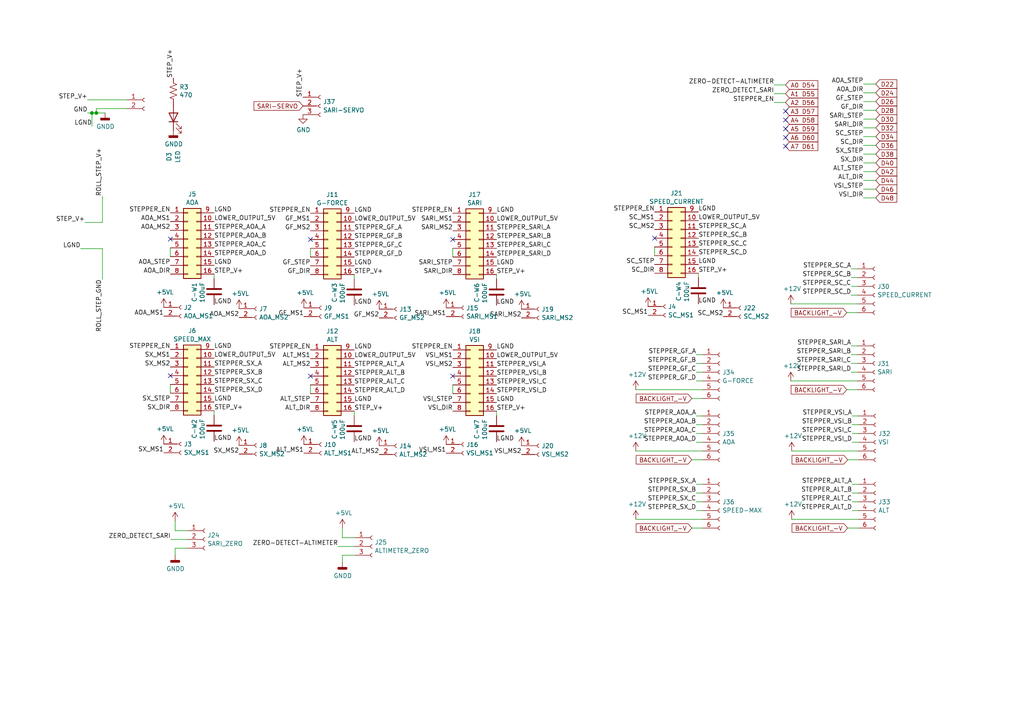
<source format=kicad_sch>
(kicad_sch (version 20231120) (generator "eeschema") (generator_version "8.0")
  (paper "A4")
  (lib_symbols
    (symbol "Conn_02x08_Top_Bottom_1" (pin_names (offset 1.016) hide)
      (property "Reference" "J" (at 1.27 10.16 0))
      (property "Value" "Conn_02x08_Top_Bottom_1" (at 1.27 -12.7 0))
      (symbol "Conn_02x08_Top_Bottom_1_1_1"
        (rectangle (start -1.27 -10.033) (end 0 -10.287) (stroke (width 0.1524)))
        (rectangle (start -1.27 -7.493) (end 0 -7.747) (stroke (width 0.1524)))
        (rectangle (start -1.27 -4.953) (end 0 -5.207) (stroke (width 0.1524)))
        (rectangle (start -1.27 -2.413) (end 0 -2.667) (stroke (width 0.1524)))
        (rectangle (start -1.27 0.127) (end 0 -0.127) (stroke (width 0.1524)))
        (rectangle (start -1.27 2.667) (end 0 2.413) (stroke (width 0.1524)))
        (rectangle (start -1.27 5.207) (end 0 4.953) (stroke (width 0.1524)))
        (rectangle (start -1.27 7.747) (end 0 7.493) (stroke (width 0.1524)))
        (rectangle (start -1.27 8.89) (end 3.81 -11.43) (stroke (width 0.254)) (fill (type background)))
        (rectangle (start 3.81 -10.033) (end 2.54 -10.287) (stroke (width 0.1524)))
        (rectangle (start 3.81 -7.493) (end 2.54 -7.747) (stroke (width 0.1524)))
        (rectangle (start 3.81 -4.953) (end 2.54 -5.207) (stroke (width 0.1524)))
        (rectangle (start 3.81 -2.413) (end 2.54 -2.667) (stroke (width 0.1524)))
        (rectangle (start 3.81 0.127) (end 2.54 -0.127) (stroke (width 0.1524)))
        (rectangle (start 3.81 2.667) (end 2.54 2.413) (stroke (width 0.1524)))
        (rectangle (start 3.81 5.207) (end 2.54 4.953) (stroke (width 0.1524)))
        (rectangle (start 3.81 7.747) (end 2.54 7.493) (stroke (width 0.1524)))
        (pin passive line (at -5.08 7.62 0) (length 3.81) (name "Pin_1") (number "1"))
        (pin passive line (at 7.62 5.08 180) (length 3.81) (name "Pin_10") (number "10"))
        (pin passive line (at 7.62 2.54 180) (length 3.81) (name "Pin_11") (number "11"))
        (pin passive line (at 7.62 0 180) (length 3.81) (name "Pin_12") (number "12"))
        (pin passive line (at 7.62 -2.54 180) (length 3.81) (name "Pin_13") (number "13"))
        (pin passive line (at 7.62 -5.08 180) (length 3.81) (name "Pin_14") (number "14"))
        (pin passive line (at 7.62 -7.62 180) (length 3.81) (name "Pin_15") (number "15"))
        (pin passive line (at 7.62 -10.16 180) (length 3.81) (name "Pin_16") (number "16"))
        (pin passive line (at -5.08 5.08 0) (length 3.81) (name "Pin_2") (number "2"))
        (pin passive line (at -5.08 2.54 0) (length 3.81) (name "Pin_3") (number "3"))
        (pin passive line (at -5.08 0 0) (length 3.81) (name "Pin_4") (number "4"))
        (pin passive line (at -5.08 -2.54 0) (length 3.81) (name "Pin_5") (number "5"))
        (pin passive line (at -5.08 -5.08 0) (length 3.81) (name "Pin_6") (number "6"))
        (pin passive line (at -5.08 -7.62 0) (length 3.81) (name "Pin_7") (number "7"))
        (pin passive line (at -5.08 -10.16 0) (length 3.81) (name "Pin_8") (number "8"))
        (pin passive line (at 7.62 7.62 180) (length 3.81) (name "Pin_9") (number "9"))
      )
    )
    (symbol "Connector:Conn_01x02_Female" (pin_names (offset 1.016) hide)
      (property "Reference" "J" (at 0 2.54 0))
      (property "Value" "Conn_01x02_Female" (at 0 -5.08 0))
      (symbol "Conn_01x02_Female_1_1"
        (arc (start 0 -2.032) (mid -0.5058 -2.54) (end 0 -3.048) (stroke (width 0.1524)))
        (polyline (pts (xy -1.27 -2.54) (xy -0.508 -2.54)) (stroke (width 0.1524)))
        (polyline (pts (xy -1.27 0) (xy -0.508 0)) (stroke (width 0.1524)))
        (arc (start 0 0.508) (mid -0.5058 0) (end 0 -0.508) (stroke (width 0.1524)))
        (pin passive line (at -5.08 0 0) (length 3.81) (name "Pin_1") (number "1"))
        (pin passive line (at -5.08 -2.54 0) (length 3.81) (name "Pin_2") (number "2"))
      )
    )
    (symbol "Connector:Conn_01x02_Socket" (pin_names (offset 1.016) hide)
      (property "Reference" "J" (at 0 2.54 0))
      (property "Value" "Conn_01x02_Socket" (at 0 -5.08 0))
      (symbol "Conn_01x02_Socket_1_1"
        (arc (start 0 -2.032) (mid -0.5058 -2.54) (end 0 -3.048) (stroke (width 0.1524)))
        (polyline (pts (xy -1.27 -2.54) (xy -0.508 -2.54)) (stroke (width 0.1524)))
        (polyline (pts (xy -1.27 0) (xy -0.508 0)) (stroke (width 0.1524)))
        (arc (start 0 0.508) (mid -0.5058 0) (end 0 -0.508) (stroke (width 0.1524)))
        (pin passive line (at -5.08 0 0) (length 3.81) (name "Pin_1") (number "1"))
        (pin passive line (at -5.08 -2.54 0) (length 3.81) (name "Pin_2") (number "2"))
      )
    )
    (symbol "Connector:Conn_01x03_Socket" (pin_names (offset 1.016) hide)
      (property "Reference" "J" (at 0 5.08 0))
      (property "Value" "Conn_01x03_Socket" (at 0 -5.08 0))
      (symbol "Conn_01x03_Socket_1_1"
        (arc (start 0 -2.032) (mid -0.5058 -2.54) (end 0 -3.048) (stroke (width 0.1524)))
        (polyline (pts (xy -1.27 -2.54) (xy -0.508 -2.54)) (stroke (width 0.1524)))
        (polyline (pts (xy -1.27 0) (xy -0.508 0)) (stroke (width 0.1524)))
        (polyline (pts (xy -1.27 2.54) (xy -0.508 2.54)) (stroke (width 0.1524)))
        (arc (start 0 0.508) (mid -0.5058 0) (end 0 -0.508) (stroke (width 0.1524)))
        (arc (start 0 3.048) (mid -0.5058 2.54) (end 0 2.032) (stroke (width 0.1524)))
        (pin passive line (at -5.08 2.54 0) (length 3.81) (name "Pin_1") (number "1"))
        (pin passive line (at -5.08 0 0) (length 3.81) (name "Pin_2") (number "2"))
        (pin passive line (at -5.08 -2.54 0) (length 3.81) (name "Pin_3") (number "3"))
      )
    )
    (symbol "Connector:Conn_01x06_Socket" (pin_names (offset 1.016) hide)
      (property "Reference" "J" (at 0 7.62 0))
      (property "Value" "Conn_01x06_Socket" (at 0 -10.16 0))
      (symbol "Conn_01x06_Socket_1_1"
        (arc (start 0 -7.112) (mid -0.5058 -7.62) (end 0 -8.128) (stroke (width 0.1524)))
        (arc (start 0 -4.572) (mid -0.5058 -5.08) (end 0 -5.588) (stroke (width 0.1524)))
        (arc (start 0 -2.032) (mid -0.5058 -2.54) (end 0 -3.048) (stroke (width 0.1524)))
        (polyline (pts (xy -1.27 -7.62) (xy -0.508 -7.62)) (stroke (width 0.1524)))
        (polyline (pts (xy -1.27 -5.08) (xy -0.508 -5.08)) (stroke (width 0.1524)))
        (polyline (pts (xy -1.27 -2.54) (xy -0.508 -2.54)) (stroke (width 0.1524)))
        (polyline (pts (xy -1.27 0) (xy -0.508 0)) (stroke (width 0.1524)))
        (polyline (pts (xy -1.27 2.54) (xy -0.508 2.54)) (stroke (width 0.1524)))
        (polyline (pts (xy -1.27 5.08) (xy -0.508 5.08)) (stroke (width 0.1524)))
        (arc (start 0 0.508) (mid -0.5058 0) (end 0 -0.508) (stroke (width 0.1524)))
        (arc (start 0 3.048) (mid -0.5058 2.54) (end 0 2.032) (stroke (width 0.1524)))
        (arc (start 0 5.588) (mid -0.5058 5.08) (end 0 4.572) (stroke (width 0.1524)))
        (pin passive line (at -5.08 5.08 0) (length 3.81) (name "Pin_1") (number "1"))
        (pin passive line (at -5.08 2.54 0) (length 3.81) (name "Pin_2") (number "2"))
        (pin passive line (at -5.08 0 0) (length 3.81) (name "Pin_3") (number "3"))
        (pin passive line (at -5.08 -2.54 0) (length 3.81) (name "Pin_4") (number "4"))
        (pin passive line (at -5.08 -5.08 0) (length 3.81) (name "Pin_5") (number "5"))
        (pin passive line (at -5.08 -7.62 0) (length 3.81) (name "Pin_6") (number "6"))
      )
    )
    (symbol "Device:C" (pin_numbers hide) (pin_names (offset 0.254))
      (property "Reference" "C" (at 0.635 2.54 0))
      (property "Value" "C" (at 0.635 -2.54 0))
      (symbol "C_0_1"
        (polyline (pts (xy -2.032 -0.762) (xy 2.032 -0.762)) (stroke (width 0.508)))
        (polyline (pts (xy -2.032 0.762) (xy 2.032 0.762)) (stroke (width 0.508)))
      )
      (symbol "C_1_1"
        (pin passive line (at 0 3.81 270) (length 2.794) (name "~") (number "1"))
        (pin passive line (at 0 -3.81 90) (length 2.794) (name "~") (number "2"))
      )
    )
    (symbol "Device:LED" (pin_numbers hide) (pin_names (offset 1.016) hide)
      (property "Reference" "D" (at 0 2.54 0))
      (property "Value" "LED" (at 0 -2.54 0))
      (symbol "LED_0_1"
        (polyline (pts (xy -1.27 -1.27) (xy -1.27 1.27)) (stroke (width 0.254)))
        (polyline (pts (xy -1.27 0) (xy 1.27 0)))
        (polyline (pts (xy 1.27 -1.27) (xy 1.27 1.27) (xy -1.27 0) (xy 1.27 -1.27)) (stroke (width 0.254)))
        (polyline (pts (xy -3.048 -0.762) (xy -4.572 -2.286) (xy -3.81 -2.286) (xy -4.572 -2.286) (xy -4.572 -1.524)))
        (polyline (pts (xy -1.778 -0.762) (xy -3.302 -2.286) (xy -2.54 -2.286) (xy -3.302 -2.286) (xy -3.302 -1.524)))
      )
      (symbol "LED_1_1"
        (pin passive line (at -3.81 0 0) (length 2.54) (name "K") (number "1"))
        (pin passive line (at 3.81 0 180) (length 2.54) (name "A") (number "2"))
      )
    )
    (symbol "Device:R_US" (pin_numbers hide) (pin_names (offset 0))
      (property "Reference" "R" (at 2.54 0 90))
      (property "Value" "R_US" (at -2.54 0 90))
      (symbol "R_US_0_1"
        (polyline (pts (xy 0 -2.286) (xy 0 -2.54)))
        (polyline (pts (xy 0 2.286) (xy 0 2.54)))
        (polyline (pts (xy 0 -0.762) (xy 1.016 -1.143) (xy 0 -1.524) (xy -1.016 -1.905) (xy 0 -2.286)))
        (polyline (pts (xy 0 0.762) (xy 1.016 0.381) (xy 0 0) (xy -1.016 -0.381) (xy 0 -0.762)))
        (polyline (pts (xy 0 2.286) (xy 1.016 1.905) (xy 0 1.524) (xy -1.016 1.143) (xy 0 0.762)))
      )
      (symbol "R_US_1_1"
        (pin passive line (at 0 3.81 270) (length 1.27) (name "~") (number "1"))
        (pin passive line (at 0 -3.81 90) (length 1.27) (name "~") (number "2"))
      )
    )
    (symbol "power:+12V" (power) (pin_names (offset 0))
      (property "Value" "+12V" (at 0 3.556 0))
      (symbol "+12V_0_1"
        (polyline (pts (xy -0.762 1.27) (xy 0 2.54)))
        (polyline (pts (xy 0 0) (xy 0 2.54)))
        (polyline (pts (xy 0 2.54) (xy 0.762 1.27)))
      )
      (symbol "+12V_1_1"
        (pin power_in line (at 0 0 90) (length 0) hide (name "+12V") (number "1"))
      )
    )
    (symbol "power:+5VL" (power) (pin_names (offset 0))
      (property "Value" "+5VL" (at 0 3.556 0))
      (symbol "+5VL_0_1"
        (polyline (pts (xy -0.762 1.27) (xy 0 2.54)))
        (polyline (pts (xy 0 0) (xy 0 2.54)))
        (polyline (pts (xy 0 2.54) (xy 0.762 1.27)))
      )
      (symbol "+5VL_1_1"
        (pin power_in line (at 0 0 90) (length 0) hide (name "+5VL") (number "1"))
      )
    )
    (symbol "power:GND" (power) (pin_names (offset 0))
      (property "Value" "GND" (at 0 -3.81 0))
      (symbol "GND_0_1"
        (polyline (pts (xy 0 0) (xy 0 -1.27) (xy 1.27 -1.27) (xy 0 -2.54) (xy -1.27 -1.27) (xy 0 -1.27)))
      )
      (symbol "GND_1_1"
        (pin power_in line (at 0 0 270) (length 0) hide (name "GND") (number "1"))
      )
    )
    (symbol "power:GNDD" (power) (pin_names (offset 0))
      (property "Value" "GNDD" (at 0 -3.175 0))
      (symbol "GNDD_0_1"
        (rectangle (start -1.27 -1.524) (end 1.27 -2.032) (stroke (width 0.254)) (fill (type outline)))
        (polyline (pts (xy 0 0) (xy 0 -1.524)))
      )
      (symbol "GNDD_1_1"
        (pin power_in line (at 0 0 270) (length 0) hide (name "GNDD") (number "1"))
      )
    )
  )
  (junction (at 27.94 32.766))
  (junction (at 26.67 32.766))
  (no_connect (at 131.318 69.469))
  (no_connect (at 49.403 69.342))
  (no_connect (at 227.838 34.798))
  (no_connect (at 227.838 32.258))
  (no_connect (at 90.043 109.093))
  (no_connect (at 227.838 39.878))
  (no_connect (at 90.043 69.469))
  (no_connect (at 227.838 42.418))
  (no_connect (at 49.403 108.966))
  (no_connect (at 189.865 69.088))
  (no_connect (at 227.838 37.338))
  (no_connect (at 131.318 109.093))
  (wire (pts (xy 50.8 153.924) (xy 54.356 153.924)))
  (wire (pts (xy 250.444 34.544) (xy 254 34.544)))
  (wire (pts (xy 250.444 29.464) (xy 254 29.464)))
  (wire (pts (xy 99.314 153.162) (xy 99.314 155.956)))
  (wire (pts (xy 25.4 32.766) (xy 26.67 32.766)))
  (wire (pts (xy 90.043 72.009) (xy 90.043 74.549)))
  (wire (pts (xy 247.142 143.002) (xy 248.92 143.002)))
  (wire (pts (xy 201.93 128.27) (xy 203.708 128.27)))
  (wire (pts (xy 49.403 71.882) (xy 49.403 74.422)))
  (wire (pts (xy 200.66 115.57) (xy 203.708 115.57)))
  (wire (pts (xy 144.018 119.253) (xy 144.018 120.523)))
  (wire (pts (xy 201.93 123.19) (xy 203.708 123.19)))
  (wire (pts (xy 200.66 153.162) (xy 203.708 153.162)))
  (wire (pts (xy 229.616 130.81) (xy 248.92 130.81)))
  (wire (pts (xy 200.66 133.35) (xy 203.708 133.35)))
  (wire (pts (xy 102.87 161.036) (xy 99.314 161.036)))
  (wire (pts (xy 246.888 107.95) (xy 248.666 107.95)))
  (wire (pts (xy 202.565 79.248) (xy 202.565 80.518)))
  (wire (pts (xy 229.616 150.622) (xy 248.92 150.622)))
  (wire (pts (xy 246.888 100.33) (xy 248.666 100.33)))
  (wire (pts (xy 247.142 148.082) (xy 248.92 148.082)))
  (wire (pts (xy 245.618 113.03) (xy 248.666 113.03)))
  (wire (pts (xy 90.043 111.633) (xy 90.043 114.173)))
  (wire (pts (xy 224.536 27.178) (xy 227.838 27.178)))
  (wire (pts (xy 99.314 155.956) (xy 102.87 155.956)))
  (wire (pts (xy 247.142 123.19) (xy 248.92 123.19)))
  (wire (pts (xy 224.536 29.718) (xy 227.838 29.718)))
  (wire (pts (xy 36.83 31.496) (xy 27.94 31.496)))
  (wire (pts (xy 24.638 64.516) (xy 29.718 64.516)))
  (wire (pts (xy 246.888 83.058) (xy 248.666 83.058)))
  (wire (pts (xy 250.444 42.164) (xy 254 42.164)))
  (wire (pts (xy 54.356 159.004) (xy 50.8 159.004)))
  (wire (pts (xy 50.8 151.13) (xy 50.8 153.924)))
  (wire (pts (xy 201.93 107.95) (xy 203.708 107.95)))
  (wire (pts (xy 50.8 159.004) (xy 50.8 161.036)))
  (wire (pts (xy 201.93 143.002) (xy 203.708 143.002)))
  (wire (pts (xy 201.93 125.73) (xy 203.708 125.73)))
  (wire (pts (xy 102.743 79.629) (xy 102.743 80.899)))
  (wire (pts (xy 247.142 128.27) (xy 248.92 128.27)))
  (wire (pts (xy 29.718 56.896) (xy 29.718 64.516)))
  (wire (pts (xy 250.444 24.384) (xy 254 24.384)))
  (wire (pts (xy 247.142 140.462) (xy 248.92 140.462)))
  (wire (pts (xy 201.93 148.082) (xy 203.708 148.082)))
  (wire (pts (xy 131.318 111.633) (xy 131.318 114.173)))
  (wire (pts (xy 26.67 32.766) (xy 26.67 36.576)))
  (wire (pts (xy 246.888 102.87) (xy 248.666 102.87)))
  (wire (pts (xy 247.142 125.73) (xy 248.92 125.73)))
  (wire (pts (xy 250.444 37.084) (xy 254 37.084)))
  (wire (pts (xy 245.872 133.35) (xy 248.92 133.35)))
  (wire (pts (xy 250.444 47.244) (xy 254 47.244)))
  (wire (pts (xy 247.142 120.65) (xy 248.92 120.65)))
  (wire (pts (xy 250.444 44.704) (xy 254 44.704)))
  (wire (pts (xy 245.872 153.162) (xy 248.92 153.162)))
  (wire (pts (xy 246.888 80.518) (xy 248.666 80.518)))
  (wire (pts (xy 49.403 111.506) (xy 49.403 114.046)))
  (wire (pts (xy 250.444 49.784) (xy 254 49.784)))
  (wire (pts (xy 62.103 119.126) (xy 62.103 120.396)))
  (wire (pts (xy 247.142 145.542) (xy 248.92 145.542)))
  (wire (pts (xy 102.743 119.253) (xy 102.743 120.523)))
  (wire (pts (xy 99.314 161.036) (xy 99.314 163.068)))
  (wire (pts (xy 246.888 85.598) (xy 248.666 85.598)))
  (wire (pts (xy 250.444 52.324) (xy 254 52.324)))
  (wire (pts (xy 23.368 72.136) (xy 29.718 72.136)))
  (wire (pts (xy 201.93 105.41) (xy 203.708 105.41)))
  (wire (pts (xy 201.93 102.87) (xy 203.708 102.87)))
  (wire (pts (xy 250.444 39.624) (xy 254 39.624)))
  (wire (pts (xy 229.362 110.49) (xy 248.666 110.49)))
  (wire (pts (xy 246.888 105.41) (xy 248.666 105.41)))
  (wire (pts (xy 27.94 31.496) (xy 27.94 32.766)))
  (wire (pts (xy 224.536 24.638) (xy 227.838 24.638)))
  (wire (pts (xy 250.444 26.924) (xy 254 26.924)))
  (wire (pts (xy 49.53 156.464) (xy 54.356 156.464)))
  (wire (pts (xy 201.93 145.542) (xy 203.708 145.542)))
  (wire (pts (xy 131.318 72.009) (xy 131.318 74.549)))
  (wire (pts (xy 250.444 32.004) (xy 254 32.004)))
  (wire (pts (xy 184.404 130.81) (xy 203.708 130.81)))
  (wire (pts (xy 184.404 113.03) (xy 203.708 113.03)))
  (wire (pts (xy 250.444 57.404) (xy 254 57.404)))
  (wire (pts (xy 246.888 77.978) (xy 248.666 77.978)))
  (wire (pts (xy 144.018 79.629) (xy 144.018 80.899)))
  (wire (pts (xy 250.444 54.864) (xy 254 54.864)))
  (wire (pts (xy 201.93 120.65) (xy 203.708 120.65)))
  (wire (pts (xy 26.67 32.766) (xy 27.94 32.766)))
  (wire (pts (xy 201.93 140.462) (xy 203.708 140.462)))
  (wire (pts (xy 201.93 110.49) (xy 203.708 110.49)))
  (wire (pts (xy 98.044 158.496) (xy 102.87 158.496)))
  (wire (pts (xy 29.718 81.026) (xy 29.718 72.136)))
  (wire (pts (xy 245.618 90.678) (xy 248.666 90.678)))
  (wire (pts (xy 184.404 150.622) (xy 203.708 150.622)))
  (wire (pts (xy 27.94 32.766) (xy 30.48 32.766)))
  (wire (pts (xy 229.362 88.138) (xy 248.666 88.138)))
  (wire (pts (xy 189.865 71.628) (xy 189.865 74.168)))
  (wire (pts (xy 25.4 28.956) (xy 36.83 28.956)))
  (wire (pts (xy 62.103 79.502) (xy 62.103 80.772)))
  (label "STEPPER_EN" (at 189.865 61.468 180))
  (label "SARI_MS2" (at 131.318 66.929 180))
  (label "SC_STEP" (at 250.444 39.624 180))
  (label "STEP_V+" (at 50.292 22.606 90))
  (label "STEPPER_SARI_D" (at 246.888 107.95 180))
  (label "STEPPER_AOA_A" (at 201.93 120.65 180))
  (label "AOA_MS2" (at 69.342 92.075 180))
  (label "AOA_STEP" (at 250.444 24.384 180))
  (label "GF_MS2" (at 90.043 66.929 180))
  (label "GF_DIR" (at 250.444 32.004 180))
  (label "STEPPER_VSI_A" (at 144.018 106.553 0))
  (label "ALT_DIR" (at 250.444 52.324 180))
  (label "STEPPER_AOA_D" (at 201.93 128.27 180))
  (label "VSI_DIR" (at 131.318 119.253 180))
  (label "SX_DIR" (at 250.444 47.244 180))
  (label "LGND" (at 62.103 116.586 0))
  (label "LGND" (at 144.018 77.089 0))
  (label "STEPPER_AOA_B" (at 201.93 123.19 180))
  (label "LGND" (at 62.103 61.722 0))
  (label "ALT_MS1" (at 90.043 104.013 180))
  (label "STEPPER_SX_A" (at 62.103 106.426 0))
  (label "LGND" (at 26.67 36.576 180))
  (label "GF_MS1" (at 88.138 91.821 180))
  (label "STEPPER_SARI_A" (at 144.018 66.929 0))
  (label "STEPPER_SX_A" (at 201.93 140.462 180))
  (label "LOWER_OUTPUT_5V" (at 102.743 104.013 0))
  (label "VSI_MS1" (at 131.318 104.013 180))
  (label "STEPPER_SARI_A" (at 246.888 100.33 180))
  (label "AOA_MS1" (at 47.498 91.694 180))
  (label "STEPPER_GF_C" (at 201.93 107.95 180))
  (label "SX_MS2" (at 49.403 106.426 180))
  (label "STEP_V+" (at 62.103 119.126 0))
  (label "STEPPER_GF_C" (at 102.743 72.009 0))
  (label "AOA_DIR" (at 49.403 79.502 180))
  (label "STEPPER_ALT_D" (at 102.743 114.173 0))
  (label "STEPPER_ALT_C" (at 102.743 111.633 0))
  (label "LGND" (at 202.565 76.708 0))
  (label "AOA_STEP" (at 49.403 76.962 180))
  (label "SX_DIR" (at 49.403 119.126 180))
  (label "STEPPER_GF_B" (at 201.93 105.41 180))
  (label "LGND" (at 202.565 61.468 0))
  (label "LGND" (at 144.018 101.473 0))
  (label "STEPPER_GF_A" (at 201.93 102.87 180))
  (label "STEP_V+" (at 25.4 28.956 180))
  (label "STEPPER_GF_D" (at 102.743 74.549 0))
  (label "STEPPER_ALT_D" (at 247.142 148.082 180))
  (label "SARI_STEP" (at 250.444 34.544 180))
  (label "STEPPER_SC_B" (at 246.888 80.518 180))
  (label "LOWER_OUTPUT_5V" (at 62.103 103.886 0))
  (label "LGND" (at 102.743 116.713 0))
  (label "STEPPER_SARI_C" (at 246.888 105.41 180))
  (label "VSI_STEP" (at 250.444 54.864 180))
  (label "VSI_MS2" (at 131.318 106.553 180))
  (label "GF_DIR" (at 90.043 79.629 180))
  (label "SX_STEP" (at 250.444 44.704 180))
  (label "GF_MS1" (at 90.043 64.389 180))
  (label "STEPPER_SC_D" (at 202.565 74.168 0))
  (label "LGND" (at 144.018 128.143 0))
  (label "STEPPER_SX_C" (at 201.93 145.542 180))
  (label "LGND" (at 102.743 88.519 0))
  (label "AOA_DIR" (at 250.444 26.924 180))
  (label "LOWER_OUTPUT_5V" (at 62.103 64.262 0))
  (label "VSI_DIR" (at 250.444 57.404 180))
  (label "STEP_V+" (at 202.565 79.248 0))
  (label "STEPPER_SARI_D" (at 144.018 74.549 0))
  (label "LOWER_OUTPUT_5V" (at 102.743 64.389 0))
  (label "STEPPER_AOA_C" (at 201.93 125.73 180))
  (label "STEP_V+" (at 102.743 79.629 0))
  (label "SARI_MS1" (at 129.413 91.821 180))
  (label "ZERO-DETECT-ALTIMETER" (at 98.044 158.496 180))
  (label "SARI_MS1" (at 131.318 64.389 180))
  (label "LGND" (at 144.018 116.713 0))
  (label "GF_STEP" (at 250.444 29.464 180))
  (label "ROLL_STEP_GND" (at 29.718 81.026 270))
  (label "LGND" (at 62.103 128.016 0))
  (label "STEPPER_SX_D" (at 201.93 148.082 180))
  (label "STEPPER_SARI_C" (at 144.018 72.009 0))
  (label "VSI_MS2" (at 151.257 131.826 180))
  (label "STEPPER_GF_D" (at 201.93 110.49 180))
  (label "STEPPER_SC_B" (at 202.565 69.088 0))
  (label "ALT_MS2" (at 90.043 106.553 180))
  (label "STEPPER_VSI_A" (at 247.142 120.65 180))
  (label "LGND" (at 102.743 77.089 0))
  (label "STEPPER_EN" (at 49.403 61.722 180))
  (label "LGND" (at 102.743 101.473 0))
  (label "STEPPER_GF_A" (at 102.743 66.929 0))
  (label "STEPPER_EN" (at 131.318 101.473 180))
  (label "STEPPER_AOA_D" (at 62.103 74.422 0))
  (label "STEPPER_VSI_B" (at 144.018 109.093 0))
  (label "AOA_MS1" (at 49.403 64.262 180))
  (label "SC_MS2" (at 209.804 91.821 180))
  (label "STEPPER_EN" (at 90.043 101.473 180))
  (label "SC_STEP" (at 189.865 76.708 180))
  (label "STEPPER_EN" (at 90.043 61.849 180))
  (label "LGND" (at 23.368 72.136 180))
  (label "STEPPER_ALT_C" (at 247.142 145.542 180))
  (label "STEPPER_AOA_A" (at 62.103 66.802 0))
  (label "STEPPER_SC_A" (at 202.565 66.548 0))
  (label "SC_MS1" (at 189.865 64.008 180))
  (label "LOWER_OUTPUT_5V" (at 144.018 64.389 0))
  (label "SARI_DIR" (at 250.444 37.084 180))
  (label "STEP_V+" (at 24.638 64.516 180))
  (label "LGND" (at 62.103 101.346 0))
  (label "STEPPER_VSI_C" (at 247.142 125.73 180))
  (label "SX_MS2" (at 69.342 131.699 180))
  (label "SX_MS1" (at 47.498 131.318 180))
  (label "ALT_MS2" (at 109.982 131.826 180))
  (label "SARI_STEP" (at 131.318 77.089 180))
  (label "STEPPER_VSI_B" (at 247.142 123.19 180))
  (label "STEPPER_SX_B" (at 62.103 108.966 0))
  (label "SARI_DIR" (at 131.318 79.629 180))
  (label "STEPPER_SX_C" (at 62.103 111.506 0))
  (label "GF_MS2" (at 109.982 92.202 180))
  (label "SX_STEP" (at 49.403 116.586 180))
  (label "SC_DIR" (at 189.865 79.248 180))
  (label "STEPPER_VSI_C" (at 144.018 111.633 0))
  (label "SC_MS1" (at 187.96 91.44 180))
  (label "STEPPER_SC_C" (at 202.565 71.628 0))
  (label "LOWER_OUTPUT_5V" (at 202.565 64.008 0))
  (label "LGND" (at 144.018 61.849 0))
  (label "GND" (at 25.4 32.766 180))
  (label "STEPPER_ALT_A" (at 247.142 140.462 180))
  (label "VSI_STEP" (at 131.318 116.713 180))
  (label "ALT_MS1" (at 88.138 131.445 180))
  (label "STEPPER_EN" (at 224.536 29.718 180))
  (label "STEPPER_SARI_B" (at 144.018 69.469 0))
  (label "STEP_V+" (at 87.884 28.194 90))
  (label "STEPPER_AOA_C" (at 62.103 71.882 0))
  (label "STEPPER_EN" (at 49.403 101.346 180))
  (label "LOWER_OUTPUT_5V" (at 144.018 104.013 0))
  (label "STEPPER_ALT_B" (at 247.142 143.002 180))
  (label "ZERO-DETECT-ALTIMETER" (at 224.536 24.638 180))
  (label "STEPPER_ALT_A" (at 102.743 106.553 0))
  (label "STEPPER_SARI_B" (at 246.888 102.87 180))
  (label "LGND" (at 102.743 128.143 0))
  (label "STEPPER_SC_C" (at 246.888 83.058 180))
  (label "ROLL_STEP_V+" (at 29.718 56.896 90))
  (label "STEPPER_SX_D" (at 62.103 114.046 0))
  (label "ALT_STEP" (at 90.043 116.713 180))
  (label "LGND" (at 202.565 88.138 0))
  (label "LGND" (at 102.743 61.849 0))
  (label "STEPPER_SX_B" (at 201.93 143.002 180))
  (label "LGND" (at 144.018 88.519 0))
  (label "STEPPER_SC_A" (at 246.888 77.978 180))
  (label "SARI_MS2" (at 151.257 92.202 180))
  (label "SC_MS2" (at 189.865 66.548 180))
  (label "ZERO_DETECT_SARI" (at 49.53 156.464 180))
  (label "ALT_STEP" (at 250.444 49.784 180))
  (label "GF_STEP" (at 90.043 77.089 180))
  (label "STEPPER_GF_B" (at 102.743 69.469 0))
  (label "STEP_V+" (at 62.103 79.502 0))
  (label "SX_MS1" (at 49.403 103.886 180))
  (label "AOA_MS2" (at 49.403 66.802 180))
  (label "STEPPER_VSI_D" (at 247.142 128.27 180))
  (label "STEPPER_ALT_B" (at 102.743 109.093 0))
  (label "STEP_V+" (at 102.743 119.253 0))
  (label "LGND" (at 62.103 88.392 0))
  (label "STEPPER_VSI_D" (at 144.018 114.173 0))
  (label "STEP_V+" (at 144.018 79.629 0))
  (label "STEPPER_EN" (at 131.318 61.849 180))
  (label "STEP_V+" (at 144.018 119.253 0))
  (label "STEPPER_AOA_B" (at 62.103 69.342 0))
  (label "ALT_DIR" (at 90.043 119.253 180))
  (label "LGND" (at 62.103 76.962 0))
  (label "STEPPER_SC_D" (at 246.888 85.598 180))
  (label "VSI_MS1" (at 129.413 131.445 180))
  (label "ZERO_DETECT_SARI" (at 224.536 27.178 180))
  (label "SC_DIR" (at 250.444 42.164 180))
  (global_label "SARI-SERVO" (shape input) (at 87.884 30.734 180) (property "Intersheetrefs" "${INTERSHEET_REFS}" (effects (hide yes))))
  (global_label "D44" (shape input) (at 254 52.324 0) (property "Intersheetrefs" "${INTERSHEET_REFS}" (effects (hide yes))))
  (global_label "BACKLIGHT_-V" (shape input) (at 245.872 133.35 180) (property "Intersheetrefs" "${INTERSHEET_REFS}" (effects (hide yes))))
  (global_label "A6 D60" (shape input) (at 227.838 39.878 0) (property "Intersheetrefs" "${INTERSHEET_REFS}" (effects (hide yes))))
  (global_label "A4 D58" (shape input) (at 227.838 34.798 0) (property "Intersheetrefs" "${INTERSHEET_REFS}" (effects (hide yes))))
  (global_label "D30" (shape input) (at 254 34.544 0) (property "Intersheetrefs" "${INTERSHEET_REFS}" (effects (hide yes))))
  (global_label "D48" (shape input) (at 254 57.404 0) (property "Intersheetrefs" "${INTERSHEET_REFS}" (effects (hide yes))))
  (global_label "BACKLIGHT_-V" (shape input) (at 245.618 90.678 180) (property "Intersheetrefs" "${INTERSHEET_REFS}" (effects (hide yes))))
  (global_label "BACKLIGHT_-V" (shape input) (at 200.66 115.57 180) (property "Intersheetrefs" "${INTERSHEET_REFS}" (effects (hide yes))))
  (global_label "D38" (shape input) (at 254 44.704 0) (property "Intersheetrefs" "${INTERSHEET_REFS}" (effects (hide yes))))
  (global_label "A5 D59" (shape input) (at 227.838 37.338 0) (property "Intersheetrefs" "${INTERSHEET_REFS}" (effects (hide yes))))
  (global_label "D34" (shape input) (at 254 39.624 0) (property "Intersheetrefs" "${INTERSHEET_REFS}" (effects (hide yes))))
  (global_label "BACKLIGHT_-V" (shape input) (at 200.66 153.162 180) (property "Intersheetrefs" "${INTERSHEET_REFS}" (effects (hide yes))))
  (global_label "A3 D57" (shape input) (at 227.838 32.258 0) (property "Intersheetrefs" "${INTERSHEET_REFS}" (effects (hide yes))))
  (global_label "D42" (shape input) (at 254 49.784 0) (property "Intersheetrefs" "${INTERSHEET_REFS}" (effects (hide yes))))
  (global_label "D32" (shape input) (at 254 37.084 0) (property "Intersheetrefs" "${INTERSHEET_REFS}" (effects (hide yes))))
  (global_label "BACKLIGHT_-V" (shape input) (at 245.872 153.162 180) (property "Intersheetrefs" "${INTERSHEET_REFS}" (effects (hide yes))))
  (global_label "D22" (shape input) (at 254 24.384 0) (property "Intersheetrefs" "${INTERSHEET_REFS}" (effects (hide yes))))
  (global_label "BACKLIGHT_-V" (shape input) (at 245.618 113.03 180) (property "Intersheetrefs" "${INTERSHEET_REFS}" (effects (hide yes))))
  (global_label "A1 D55" (shape input) (at 227.838 27.178 0) (property "Intersheetrefs" "${INTERSHEET_REFS}" (effects (hide yes))))
  (global_label "A2 D56" (shape input) (at 227.838 29.718 0) (property "Intersheetrefs" "${INTERSHEET_REFS}" (effects (hide yes))))
  (global_label "D24" (shape input) (at 254 26.924 0) (property "Intersheetrefs" "${INTERSHEET_REFS}" (effects (hide yes))))
  (global_label "D46" (shape input) (at 254 54.864 0) (property "Intersheetrefs" "${INTERSHEET_REFS}" (effects (hide yes))))
  (global_label "D36" (shape input) (at 254 42.164 0) (property "Intersheetrefs" "${INTERSHEET_REFS}" (effects (hide yes))))
  (global_label "A0 D54" (shape input) (at 227.838 24.638 0) (property "Intersheetrefs" "${INTERSHEET_REFS}" (effects (hide yes))))
  (global_label "BACKLIGHT_-V" (shape input) (at 200.66 133.35 180) (property "Intersheetrefs" "${INTERSHEET_REFS}" (effects (hide yes))))
  (global_label "D40" (shape input) (at 254 47.244 0) (property "Intersheetrefs" "${INTERSHEET_REFS}" (effects (hide yes))))
  (global_label "D28" (shape input) (at 254 32.004 0) (property "Intersheetrefs" "${INTERSHEET_REFS}" (effects (hide yes))))
  (global_label "D26" (shape input) (at 254 29.464 0) (property "Intersheetrefs" "${INTERSHEET_REFS}" (effects (hide yes))))
  (global_label "A7 D61" (shape input) (at 227.838 42.418 0) (property "Intersheetrefs" "${INTERSHEET_REFS}" (effects (hide yes))))
  (symbol (lib_id "Connector:Conn_01x06_Socket") (at 254 125.73 0) (unit 1)
    (property "Reference" "J32" (at 254.7112 125.7878 0) (effects (justify left)))
    (property "Value" "VSI" (at 254.7112 128.2121 0) (effects (justify left)))
    (property "Footprint" "Connector_Molex:Molex_KK-254_AE-6410-06A_1x06_P2.54mm_Vertical" (effects (hide yes)))
    (property "Description" "Generic connector, single row, 01x06, script generated" (effects (hide yes)))
  )
  (symbol (lib_id "power:GNDD") (at 30.48 32.766 0) (unit 1)
    (property "Reference" "#PWR04" (effects (hide yes)))
    (property "Value" "GNDD" (at 30.5816 36.703 0))
  )
  (symbol (lib_name "Conn_02x08_Top_Bottom_1") (lib_id "Connector_Generic:Conn_02x08_Top_Bottom") (at 136.398 109.093 0) (unit 1)
    (property "Reference" "J18" (at 137.668 96.0585 0))
    (property "Value" "VSI" (at 137.668 98.4828 0))
    (property "Footprint" "Module:Pololu_Breakout-16_15.2x20.3mm" (effects (hide yes)))
  )
  (symbol (lib_name "Conn_02x08_Top_Bottom_1") (lib_id "Connector_Generic:Conn_02x08_Top_Bottom") (at 194.945 69.088 0) (unit 1)
    (property "Reference" "J21" (at 196.215 56.0537 0))
    (property "Value" "SPEED_CURRENT" (at 196.215 58.4779 0))
    (property "Footprint" "Module:Pololu_Breakout-16_15.2x20.3mm" (effects (hide yes)))
  )
  (symbol (lib_id "Connector:Conn_01x02_Socket") (at 134.493 128.905 0) (unit 1)
    (property "Reference" "J16" (at 135.2042 128.9628 0) (effects (justify left)))
    (property "Value" "VSI_MS1" (at 135.2042 131.3871 0) (effects (justify left)))
    (property "Footprint" "Connector_PinHeader_2.54mm:PinHeader_1x02_P2.54mm_Vertical" (effects (hide yes)))
  )
  (symbol (lib_id "power:+5VL") (at 69.342 89.535 0) (unit 1)
    (property "Reference" "#PWR017" (effects (hide yes)))
    (property "Value" "+5VL" (at 69.723 85.1408 0))
  )
  (symbol (lib_id "power:+5VL") (at 109.982 129.286 0) (unit 1)
    (property "Reference" "#PWR022" (effects (hide yes)))
    (property "Value" "+5VL" (at 110.363 124.8918 0))
  )
  (symbol (lib_id "Connector:Conn_01x06_Socket") (at 208.788 125.73 0) (unit 1)
    (property "Reference" "J35" (at 209.4992 125.7878 0) (effects (justify left)))
    (property "Value" "AOA" (at 209.4992 128.2121 0) (effects (justify left)))
    (property "Footprint" "Connector_Molex:Molex_KK-254_AE-6410-06A_1x06_P2.54mm_Vertical" (effects (hide yes)))
    (property "Description" "Generic connector, single row, 01x06, script generated" (effects (hide yes)))
  )
  (symbol (lib_id "power:+5VL") (at 47.498 89.154 0) (unit 1)
    (property "Reference" "#PWR07" (effects (hide yes)))
    (property "Value" "+5VL" (at 47.879 84.7598 0))
  )
  (symbol (lib_id "Connector:Conn_01x02_Socket") (at 74.422 89.535 0) (unit 1)
    (property "Reference" "J7" (at 75.1332 89.5928 0) (effects (justify left)))
    (property "Value" "AOA_MS2" (at 75.1332 92.0171 0) (effects (justify left)))
    (property "Footprint" "Connector_PinHeader_2.54mm:PinHeader_1x02_P2.54mm_Vertical" (effects (hide yes)))
  )
  (symbol (lib_id "power:+12V") (at 229.616 130.81 0) (unit 1)
    (property "Reference" "#PWR042" (effects (hide yes)))
    (property "Value" "+12V" (at 229.997 126.4158 0))
  )
  (symbol (lib_id "Connector:Conn_01x02_Socket") (at 52.578 128.778 0) (unit 1)
    (property "Reference" "J3" (at 53.2892 128.8358 0) (effects (justify left)))
    (property "Value" "SX_MS1" (at 53.2892 131.2601 0) (effects (justify left)))
    (property "Footprint" "Connector_PinHeader_2.54mm:PinHeader_1x02_P2.54mm_Vertical" (effects (hide yes)))
  )
  (symbol (lib_id "Device:C") (at 144.018 124.333 0) (unit 1)
    (property "Reference" "C-W7" (at 138.303 127.381 90) (effects (justify left)))
    (property "Value" "100uF" (at 140.589 127.635 90) (effects (justify left)))
    (property "Footprint" "Capacitor_THT:C_Radial_D8.0mm_H7.0mm_P3.50mm" (effects (hide yes)))
  )
  (symbol (lib_id "Connector:Conn_01x02_Socket") (at 134.493 89.281 0) (unit 1)
    (property "Reference" "J15" (at 135.2042 89.3388 0) (effects (justify left)))
    (property "Value" "SARI_MS1" (at 135.2042 91.7631 0) (effects (justify left)))
    (property "Footprint" "Connector_PinHeader_2.54mm:PinHeader_1x02_P2.54mm_Vertical" (effects (hide yes)))
  )
  (symbol (lib_id "Device:C") (at 62.103 84.582 0) (unit 1)
    (property "Reference" "C-W1" (at 56.388 87.63 90) (effects (justify left)))
    (property "Value" "100uF" (at 58.674 87.884 90) (effects (justify left)))
    (property "Footprint" "Capacitor_THT:C_Radial_D8.0mm_H7.0mm_P3.50mm" (effects (hide yes)))
  )
  (symbol (lib_id "Device:C") (at 102.743 84.709 0) (unit 1)
    (property "Reference" "C-W3" (at 97.028 87.757 90) (effects (justify left)))
    (property "Value" "100uF" (at 99.314 88.011 90) (effects (justify left)))
    (property "Footprint" "Capacitor_THT:C_Radial_D8.0mm_H7.0mm_P3.50mm" (effects (hide yes)))
  )
  (symbol (lib_id "Connector:Conn_01x02_Socket") (at 193.04 88.9 0) (unit 1)
    (property "Reference" "J4" (at 193.7512 88.9578 0) (effects (justify left)))
    (property "Value" "SC_MS1" (at 193.7512 91.3821 0) (effects (justify left)))
    (property "Footprint" "Connector_PinHeader_2.54mm:PinHeader_1x02_P2.54mm_Vertical" (effects (hide yes)))
  )
  (symbol (lib_id "power:+5VL") (at 69.342 129.159 0) (unit 1)
    (property "Reference" "#PWR018" (effects (hide yes)))
    (property "Value" "+5VL" (at 69.723 124.7648 0))
  )
  (symbol (lib_id "power:+12V") (at 229.362 110.49 0) (unit 1)
    (property "Reference" "#PWR041" (effects (hide yes)))
    (property "Value" "+12V" (at 229.743 106.0958 0))
  )
  (symbol (lib_id "Device:C") (at 202.565 84.328 0) (unit 1)
    (property "Reference" "C-W4" (at 196.85 87.376 90) (effects (justify left)))
    (property "Value" "100uF" (at 199.136 87.63 90) (effects (justify left)))
    (property "Footprint" "Capacitor_THT:C_Radial_D8.0mm_H7.0mm_P3.50mm" (effects (hide yes)))
  )
  (symbol (lib_id "Connector:Conn_01x02_Socket") (at 156.337 89.662 0) (unit 1)
    (property "Reference" "J19" (at 157.0482 89.7198 0) (effects (justify left)))
    (property "Value" "SARI_MS2" (at 157.0482 92.1441 0) (effects (justify left)))
    (property "Footprint" "Connector_PinHeader_2.54mm:PinHeader_1x02_P2.54mm_Vertical" (effects (hide yes)))
  )
  (symbol (lib_id "power:GND") (at 87.884 33.274 0) (unit 1)
    (property "Reference" "#PWR052" (effects (hide yes)))
    (property "Value" "GND" (at 88.011 37.6682 0))
  )
  (symbol (lib_id "Device:R_US") (at 50.292 26.416 0) (unit 1)
    (property "Reference" "R3" (at 52.0192 25.2476 0) (effects (justify left)))
    (property "Value" "470" (at 52.0192 27.559 0) (effects (justify left)))
    (property "Footprint" "Resistor_THT:R_Axial_DIN0204_L3.6mm_D1.6mm_P2.54mm_Vertical" (effects (hide yes)))
  )
  (symbol (lib_id "Device:C") (at 144.018 84.709 0) (unit 1)
    (property "Reference" "C-W6" (at 138.303 87.757 90) (effects (justify left)))
    (property "Value" "100uF" (at 140.589 88.011 90) (effects (justify left)))
    (property "Footprint" "Capacitor_THT:C_Radial_D8.0mm_H7.0mm_P3.50mm" (effects (hide yes)))
  )
  (symbol (lib_id "Device:LED") (at 50.292 34.036 90) (unit 1)
    (property "Reference" "D3" (at 49.022 45.466 0))
    (property "Value" "LED" (at 51.562 45.466 0))
    (property "Footprint" "LED_THT:LED_D3.0mm" (effects (hide yes)))
  )
  (symbol (lib_id "power:+5VL") (at 47.498 128.778 0) (unit 1)
    (property "Reference" "#PWR08" (effects (hide yes)))
    (property "Value" "+5VL" (at 47.879 124.3838 0))
  )
  (symbol (lib_id "Connector:Conn_01x03_Socket") (at 59.436 156.464 0) (unit 1)
    (property "Reference" "J24" (at 60.1472 155.2518 0) (effects (justify left)))
    (property "Value" "SARI_ZERO" (at 60.1472 157.6761 0) (effects (justify left)))
    (property "Footprint" "Connector_Molex:Molex_KK-254_AE-6410-03A_1x03_P2.54mm_Vertical" (effects (hide yes)))
  )
  (symbol (lib_id "power:+5VL") (at 99.314 153.162 0) (unit 1)
    (property "Reference" "#PWR032" (effects (hide yes)))
    (property "Value" "+5VL" (at 99.695 148.7678 0))
  )
  (symbol (lib_name "Conn_02x08_Top_Bottom_1") (lib_id "Connector_Generic:Conn_02x08_Top_Bottom") (at 95.123 69.469 0) (unit 1)
    (property "Reference" "J11" (at 96.393 56.4345 0))
    (property "Value" "G-FORCE" (at 96.393 58.8588 0))
    (property "Footprint" "Module:Pololu_Breakout-16_15.2x20.3mm" (effects (hide yes)))
  )
  (symbol (lib_id "Connector:Conn_01x02_Socket") (at 214.884 89.281 0) (unit 1)
    (property "Reference" "J22" (at 215.5952 89.3388 0) (effects (justify left)))
    (property "Value" "SC_MS2" (at 215.5952 91.7631 0) (effects (justify left)))
    (property "Footprint" "Connector_PinHeader_2.54mm:PinHeader_1x02_P2.54mm_Vertical" (effects (hide yes)))
  )
  (symbol (lib_id "power:+12V") (at 229.616 150.622 0) (unit 1)
    (property "Reference" "#PWR043" (effects (hide yes)))
    (property "Value" "+12V" (at 229.997 146.2278 0))
  )
  (symbol (lib_id "power:+5VL") (at 151.257 89.662 0) (unit 1)
    (property "Reference" "#PWR027" (effects (hide yes)))
    (property "Value" "+5VL" (at 151.638 85.2678 0))
  )
  (symbol (lib_id "Connector:Conn_01x02_Socket") (at 52.578 89.154 0) (unit 1)
    (property "Reference" "J2" (at 53.2892 89.2118 0) (effects (justify left)))
    (property "Value" "AOA_MS1" (at 53.2892 91.6361 0) (effects (justify left)))
    (property "Footprint" "Connector_PinHeader_2.54mm:PinHeader_1x02_P2.54mm_Vertical" (effects (hide yes)))
  )
  (symbol (lib_id "power:+5VL") (at 129.413 89.281 0) (unit 1)
    (property "Reference" "#PWR023" (effects (hide yes)))
    (property "Value" "+5VL" (at 129.794 84.8868 0))
  )
  (symbol (lib_id "power:+12V") (at 229.362 88.138 0) (unit 1)
    (property "Reference" "#PWR040" (effects (hide yes)))
    (property "Value" "+12V" (at 229.743 83.7438 0))
  )
  (symbol (lib_id "Connector:Conn_01x06_Socket") (at 254 145.542 0) (unit 1)
    (property "Reference" "J33" (at 254.7112 145.5998 0) (effects (justify left)))
    (property "Value" "ALT" (at 254.7112 148.0241 0) (effects (justify left)))
    (property "Footprint" "Connector_Molex:Molex_KK-254_AE-6410-06A_1x06_P2.54mm_Vertical" (effects (hide yes)))
    (property "Description" "Generic connector, single row, 01x06, script generated" (effects (hide yes)))
  )
  (symbol (lib_name "Conn_02x08_Top_Bottom_1") (lib_id "Connector_Generic:Conn_02x08_Top_Bottom") (at 95.123 109.093 0) (unit 1)
    (property "Reference" "J12" (at 96.393 96.0585 0))
    (property "Value" "ALT" (at 96.393 98.4828 0))
    (property "Footprint" "Module:Pololu_Breakout-16_15.2x20.3mm" (effects (hide yes)))
  )
  (symbol (lib_id "power:+5VL") (at 151.257 129.286 0) (unit 1)
    (property "Reference" "#PWR028" (effects (hide yes)))
    (property "Value" "+5VL" (at 151.638 124.8918 0))
  )
  (symbol (lib_id "Connector:Conn_01x02_Socket") (at 74.422 129.159 0) (unit 1)
    (property "Reference" "J8" (at 75.1332 129.2168 0) (effects (justify left)))
    (property "Value" "SX_MS2" (at 75.1332 131.6411 0) (effects (justify left)))
    (property "Footprint" "Connector_PinHeader_2.54mm:PinHeader_1x02_P2.54mm_Vertical" (effects (hide yes)))
  )
  (symbol (lib_id "power:+5VL") (at 109.982 89.662 0) (unit 1)
    (property "Reference" "#PWR021" (effects (hide yes)))
    (property "Value" "+5VL" (at 110.363 85.2678 0))
  )
  (symbol (lib_id "power:+12V") (at 184.404 130.81 0) (unit 1)
    (property "Reference" "#PWR049" (effects (hide yes)))
    (property "Value" "+12V" (at 184.785 126.4158 0))
  )
  (symbol (lib_id "Connector:Conn_01x02_Socket") (at 156.337 129.286 0) (unit 1)
    (property "Reference" "J20" (at 157.0482 129.3438 0) (effects (justify left)))
    (property "Value" "VSI_MS2" (at 157.0482 131.7681 0) (effects (justify left)))
    (property "Footprint" "Connector_PinHeader_2.54mm:PinHeader_1x02_P2.54mm_Vertical" (effects (hide yes)))
  )
  (symbol (lib_id "power:+12V") (at 184.404 113.03 0) (unit 1)
    (property "Reference" "#PWR047" (effects (hide yes)))
    (property "Value" "+12V" (at 184.785 108.6358 0))
  )
  (symbol (lib_id "Connector:Conn_01x06_Socket") (at 208.788 145.542 0) (unit 1)
    (property "Reference" "J36" (at 209.4992 145.5998 0) (effects (justify left)))
    (property "Value" "SPEED-MAX" (at 209.4992 148.0241 0) (effects (justify left)))
    (property "Footprint" "Connector_Molex:Molex_KK-254_AE-6410-06A_1x06_P2.54mm_Vertical" (effects (hide yes)))
    (property "Description" "Generic connector, single row, 01x06, script generated" (effects (hide yes)))
  )
  (symbol (lib_name "Conn_02x08_Top_Bottom_1") (lib_id "Connector_Generic:Conn_02x08_Top_Bottom") (at 54.483 108.966 0) (unit 1)
    (property "Reference" "J6" (at 55.753 95.9315 0))
    (property "Value" "SPEED_MAX" (at 55.753 98.3558 0))
    (property "Footprint" "Module:Pololu_Breakout-16_15.2x20.3mm" (effects (hide yes)))
  )
  (symbol (lib_id "power:+5VL") (at 88.138 128.905 0) (unit 1)
    (property "Reference" "#PWR020" (effects (hide yes)))
    (property "Value" "+5VL" (at 88.519 124.5108 0))
  )
  (symbol (lib_id "Connector:Conn_01x06_Socket") (at 208.788 107.95 0) (unit 1)
    (property "Reference" "J34" (at 209.4992 108.0078 0) (effects (justify left)))
    (property "Value" "G-FORCE" (at 209.4992 110.4321 0) (effects (justify left)))
    (property "Footprint" "Connector_Molex:Molex_KK-254_AE-6410-06A_1x06_P2.54mm_Vertical" (effects (hide yes)))
    (property "Description" "Generic connector, single row, 01x06, script generated" (effects (hide yes)))
  )
  (symbol (lib_id "Connector:Conn_01x02_Socket") (at 115.062 129.286 0) (unit 1)
    (property "Reference" "J14" (at 115.7732 129.3438 0) (effects (justify left)))
    (property "Value" "ALT_MS2" (at 115.7732 131.7681 0) (effects (justify left)))
    (property "Footprint" "Connector_PinHeader_2.54mm:PinHeader_1x02_P2.54mm_Vertical" (effects (hide yes)))
  )
  (symbol (lib_id "power:+5VL") (at 209.804 89.281 0) (unit 1)
    (property "Reference" "#PWR025" (effects (hide yes)))
    (property "Value" "+5VL" (at 210.185 84.8868 0))
  )
  (symbol (lib_id "power:+12V") (at 184.404 150.622 0) (unit 1)
    (property "Reference" "#PWR050" (effects (hide yes)))
    (property "Value" "+12V" (at 184.785 146.2278 0))
  )
  (symbol (lib_id "Device:C") (at 102.743 124.333 0) (unit 1)
    (property "Reference" "C-W5" (at 97.028 127.381 90) (effects (justify left)))
    (property "Value" "100uF" (at 99.314 127.635 90) (effects (justify left)))
    (property "Footprint" "Capacitor_THT:C_Radial_D8.0mm_H7.0mm_P3.50mm" (effects (hide yes)))
  )
  (symbol (lib_name "Conn_02x08_Top_Bottom_1") (lib_id "Connector_Generic:Conn_02x08_Top_Bottom") (at 54.483 69.342 0) (unit 1)
    (property "Reference" "J5" (at 55.753 56.3075 0))
    (property "Value" "AOA" (at 55.753 58.7318 0))
    (property "Footprint" "Module:Pololu_Breakout-16_15.2x20.3mm" (effects (hide yes)))
  )
  (symbol (lib_id "Connector:Conn_01x06_Socket") (at 253.746 83.058 0) (unit 1)
    (property "Reference" "J30" (at 254.4572 83.1158 0) (effects (justify left)))
    (property "Value" "SPEED_CURRENT" (at 254.4572 85.5401 0) (effects (justify left)))
    (property "Footprint" "Connector_Molex:Molex_KK-254_AE-6410-06A_1x06_P2.54mm_Vertical" (effects (hide yes)))
    (property "Description" "Generic connector, single row, 01x06, script generated" (effects (hide yes)))
  )
  (symbol (lib_id "power:GNDD") (at 50.292 37.846 0) (unit 1)
    (property "Reference" "#PWR06" (effects (hide yes)))
    (property "Value" "GNDD" (at 50.3936 41.783 0))
  )
  (symbol (lib_id "Connector:Conn_01x06_Socket") (at 253.746 105.41 0) (unit 1)
    (property "Reference" "J31" (at 254.4572 105.4678 0) (effects (justify left)))
    (property "Value" "SARI" (at 254.4572 107.8921 0) (effects (justify left)))
    (property "Footprint" "Connector_Molex:Molex_KK-254_AE-6410-06A_1x06_P2.54mm_Vertical" (effects (hide yes)))
    (property "Description" "Generic connector, single row, 01x06, script generated" (effects (hide yes)))
  )
  (symbol (lib_id "power:+5VL") (at 88.138 89.281 0) (unit 1)
    (property "Reference" "#PWR019" (effects (hide yes)))
    (property "Value" "+5VL" (at 88.519 84.8868 0))
  )
  (symbol (lib_id "Device:C") (at 62.103 124.206 0) (unit 1)
    (property "Reference" "C-W2" (at 56.388 127.254 90) (effects (justify left)))
    (property "Value" "100uF" (at 58.674 127.508 90) (effects (justify left)))
    (property "Footprint" "Capacitor_THT:C_Radial_D8.0mm_H7.0mm_P3.50mm" (effects (hide yes)))
  )
  (symbol (lib_id "Connector:Conn_01x03_Socket") (at 92.964 30.734 0) (unit 1)
    (property "Reference" "J37" (at 93.6752 29.5218 0) (effects (justify left)))
    (property "Value" "SARI-SERVO" (at 93.6752 31.9461 0) (effects (justify left)))
    (property "Footprint" "Connector_Molex:Molex_KK-254_AE-6410-03A_1x03_P2.54mm_Vertical" (effects (hide yes)))
    (property "Description" "Generic connector, single row, 01x03, script generated" (effects (hide yes)))
  )
  (symbol (lib_id "power:GNDD") (at 50.8 161.036 0) (unit 1)
    (property "Reference" "#PWR031" (effects (hide yes)))
    (property "Value" "GNDD" (at 50.9016 164.973 0))
  )
  (symbol (lib_id "Connector:Conn_01x02_Socket") (at 93.218 128.905 0) (unit 1)
    (property "Reference" "J10" (at 93.9292 128.9628 0) (effects (justify left)))
    (property "Value" "ALT_MS1" (at 93.9292 131.3871 0) (effects (justify left)))
    (property "Footprint" "Connector_PinHeader_2.54mm:PinHeader_1x02_P2.54mm_Vertical" (effects (hide yes)))
  )
  (symbol (lib_id "Connector:Conn_01x02_Socket") (at 115.062 89.662 0) (unit 1)
    (property "Reference" "J13" (at 115.7732 89.7198 0) (effects (justify left)))
    (property "Value" "GF_MS2" (at 115.7732 92.1441 0) (effects (justify left)))
    (property "Footprint" "Connector_PinHeader_2.54mm:PinHeader_1x02_P2.54mm_Vertical" (effects (hide yes)))
  )
  (symbol (lib_id "power:+5VL") (at 129.413 128.905 0) (unit 1)
    (property "Reference" "#PWR024" (effects (hide yes)))
    (property "Value" "+5VL" (at 129.794 124.5108 0))
  )
  (symbol (lib_id "Connector:Conn_01x02_Socket") (at 93.218 89.281 0) (unit 1)
    (property "Reference" "J9" (at 93.9292 89.3388 0) (effects (justify left)))
    (property "Value" "GF_MS1" (at 93.9292 91.7631 0) (effects (justify left)))
    (property "Footprint" "Connector_PinHeader_2.54mm:PinHeader_1x02_P2.54mm_Vertical" (effects (hide yes)))
  )
  (symbol (lib_id "power:+5VL") (at 50.8 151.13 0) (unit 1)
    (property "Reference" "#PWR029" (effects (hide yes)))
    (property "Value" "+5VL" (at 51.181 146.7358 0))
  )
  (symbol (lib_id "power:GNDD") (at 99.314 163.068 0) (unit 1)
    (property "Reference" "#PWR033" (effects (hide yes)))
    (property "Value" "GNDD" (at 99.4156 167.005 0))
  )
  (symbol (lib_id "Connector:Conn_01x03_Socket") (at 107.95 158.496 0) (unit 1)
    (property "Reference" "J25" (at 108.6612 157.2838 0) (effects (justify left)))
    (property "Value" "ALTIMETER_ZERO" (at 108.6612 159.7081 0) (effects (justify left)))
    (property "Footprint" "Connector_Molex:Molex_KK-254_AE-6410-03A_1x03_P2.54mm_Vertical" (effects (hide yes)))
  )
  (symbol (lib_id "Connector:Conn_01x02_Female") (at 41.91 28.956 0) (unit 1)
    (property "Reference" "J1" (effects (hide yes)))
    (property "Value" "STEPPER IN 12-20VDC" (effects (hide yes)))
    (property "Footprint" "Connector_BarrelJack:BarrelJack_Horizontal" (effects (hide yes)))
  )
  (symbol (lib_name "Conn_02x08_Top_Bottom_1") (lib_id "Connector_Generic:Conn_02x08_Top_Bottom") (at 136.398 69.469 0) (unit 1)
    (property "Reference" "J17" (at 137.668 56.4345 0))
    (property "Value" "SARI" (at 137.668 58.8588 0))
    (property "Footprint" "Module:Pololu_Breakout-16_15.2x20.3mm" (effects (hide yes)))
  )
  (symbol (lib_id "power:+5VL") (at 187.96 88.9 0) (unit 1)
    (property "Reference" "#PWR03" (effects (hide yes)))
    (property "Value" "+5VL" (at 188.341 84.5058 0))
  )
)
</source>
